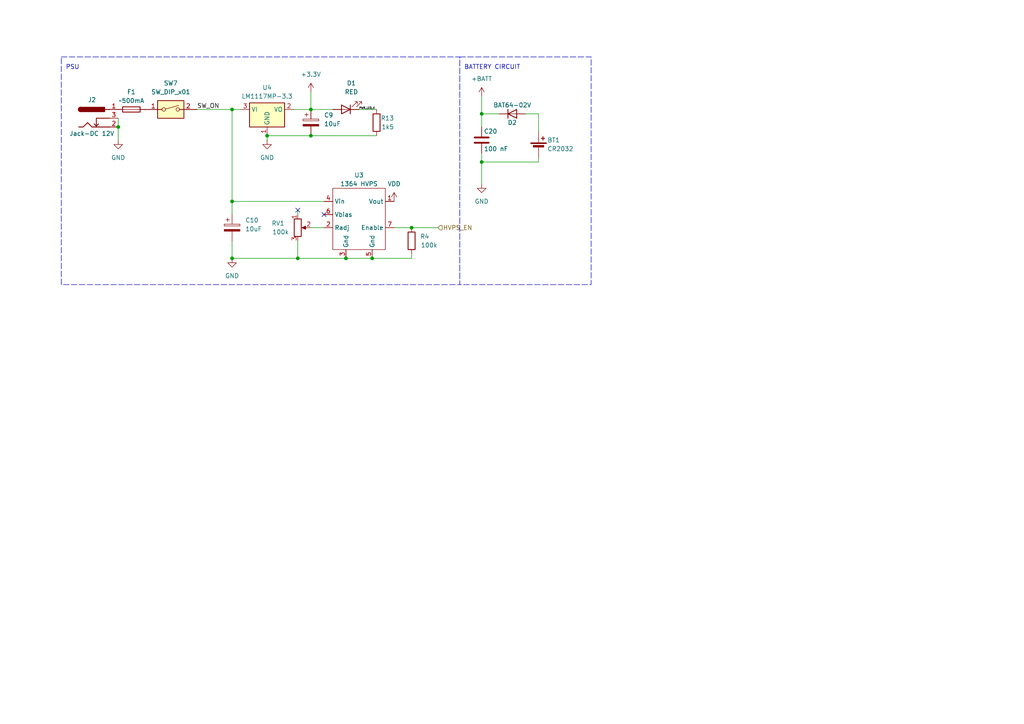
<source format=kicad_sch>
(kicad_sch (version 20230121) (generator eeschema)
  (paper "A4")
  (lib_symbols
    (symbol "Device:Battery_Cell" (pin_numbers hide) (pin_names (offset 0) hide)
      (property "Reference" "BT" (at 2.54 2.54 0))
      (property "Value" "Battery_Cell" (at 2.54 0 0))
      (symbol "Battery_Cell_0_1"
        (rectangle (start -2.286 1.778) (end 2.286 1.524) (fill (type outline)))
        (rectangle (start -1.524 1.016) (end 1.524 0.508) (fill (type outline)))
        (polyline (pts (xy 0 0.762) (xy 0 0)))
        (polyline (pts (xy 0 1.778) (xy 0 2.54)))
        (polyline (pts (xy 0.762 3.048) (xy 1.778 3.048)) (stroke (width 0.254)))
        (polyline (pts (xy 1.27 3.556) (xy 1.27 2.54)) (stroke (width 0.254)))
      )
      (symbol "Battery_Cell_1_1"
        (pin passive line (at 0 5.08 270) (length 2.54) (name "+") (number "1"))
        (pin passive line (at 0 -2.54 90) (length 2.54) (name "-") (number "2"))
      )
    )
    (symbol "Device:C" (pin_numbers hide) (pin_names (offset 0.254))
      (property "Reference" "C" (at 0.635 2.54 0))
      (property "Value" "C" (at 0.635 -2.54 0))
      (symbol "C_0_1"
        (polyline (pts (xy -2.032 -0.762) (xy 2.032 -0.762)) (stroke (width 0.508)))
        (polyline (pts (xy -2.032 0.762) (xy 2.032 0.762)) (stroke (width 0.508)))
      )
      (symbol "C_1_1"
        (pin passive line (at 0 3.81 270) (length 2.794) (name "~") (number "1"))
        (pin passive line (at 0 -3.81 90) (length 2.794) (name "~") (number "2"))
      )
    )
    (symbol "Device:C_Polarized" (pin_numbers hide) (pin_names (offset 0.254))
      (property "Reference" "C" (at 0.635 2.54 0))
      (property "Value" "C_Polarized" (at 0.635 -2.54 0))
      (symbol "C_Polarized_0_1"
        (rectangle (start -2.286 0.508) (end 2.286 1.016))
        (polyline (pts (xy -1.778 2.286) (xy -0.762 2.286)))
        (polyline (pts (xy -1.27 2.794) (xy -1.27 1.778)))
        (rectangle (start 2.286 -0.508) (end -2.286 -1.016) (fill (type outline)))
      )
      (symbol "C_Polarized_1_1"
        (pin passive line (at 0 3.81 270) (length 2.794) (name "~") (number "1"))
        (pin passive line (at 0 -3.81 90) (length 2.794) (name "~") (number "2"))
      )
    )
    (symbol "Device:D" (pin_numbers hide) (pin_names (offset 1.016) hide)
      (property "Reference" "D" (at 0 2.54 0))
      (property "Value" "D" (at 0 -2.54 0))
      (symbol "D_0_1"
        (polyline (pts (xy -1.27 1.27) (xy -1.27 -1.27)) (stroke (width 0.254)))
        (polyline (pts (xy 1.27 0) (xy -1.27 0)))
        (polyline (pts (xy 1.27 1.27) (xy 1.27 -1.27) (xy -1.27 0) (xy 1.27 1.27)) (stroke (width 0.254)))
      )
      (symbol "D_1_1"
        (pin passive line (at -3.81 0 0) (length 2.54) (name "K") (number "1"))
        (pin passive line (at 3.81 0 180) (length 2.54) (name "A") (number "2"))
      )
    )
    (symbol "Device:Fuse" (pin_numbers hide) (pin_names (offset 0))
      (property "Reference" "F" (at 2.032 0 90))
      (property "Value" "Fuse" (at -1.905 0 90))
      (symbol "Fuse_0_1"
        (rectangle (start -0.762 -2.54) (end 0.762 2.54) (stroke (width 0.254)))
        (polyline (pts (xy 0 2.54) (xy 0 -2.54)))
      )
      (symbol "Fuse_1_1"
        (pin passive line (at 0 3.81 270) (length 1.27) (name "~") (number "1"))
        (pin passive line (at 0 -3.81 90) (length 1.27) (name "~") (number "2"))
      )
    )
    (symbol "Device:LED" (pin_numbers hide) (pin_names (offset 1.016) hide)
      (property "Reference" "D" (at 0 2.54 0))
      (property "Value" "LED" (at 0 -2.54 0))
      (symbol "LED_0_1"
        (polyline (pts (xy -1.27 -1.27) (xy -1.27 1.27)) (stroke (width 0.254)))
        (polyline (pts (xy -1.27 0) (xy 1.27 0)))
        (polyline (pts (xy 1.27 -1.27) (xy 1.27 1.27) (xy -1.27 0) (xy 1.27 -1.27)) (stroke (width 0.254)))
        (polyline (pts (xy -3.048 -0.762) (xy -4.572 -2.286) (xy -3.81 -2.286) (xy -4.572 -2.286) (xy -4.572 -1.524)))
        (polyline (pts (xy -1.778 -0.762) (xy -3.302 -2.286) (xy -2.54 -2.286) (xy -3.302 -2.286) (xy -3.302 -1.524)))
      )
      (symbol "LED_1_1"
        (pin passive line (at -3.81 0 0) (length 2.54) (name "K") (number "1"))
        (pin passive line (at 3.81 0 180) (length 2.54) (name "A") (number "2"))
      )
    )
    (symbol "Device:R" (pin_numbers hide) (pin_names (offset 0))
      (property "Reference" "R" (at 2.032 0 90))
      (property "Value" "R" (at 0 0 90))
      (symbol "R_0_1"
        (rectangle (start -1.016 -2.54) (end 1.016 2.54) (stroke (width 0.254)))
      )
      (symbol "R_1_1"
        (pin passive line (at 0 3.81 270) (length 1.27) (name "~") (number "1"))
        (pin passive line (at 0 -3.81 90) (length 1.27) (name "~") (number "2"))
      )
    )
    (symbol "Device:R_Potentiometer" (pin_names (offset 1.016) hide)
      (property "Reference" "RV" (at -4.445 0 90))
      (property "Value" "R_Potentiometer" (at -2.54 0 90))
      (symbol "R_Potentiometer_0_1"
        (polyline (pts (xy 2.54 0) (xy 1.524 0)))
        (polyline (pts (xy 1.143 0) (xy 2.286 0.508) (xy 2.286 -0.508) (xy 1.143 0)) (fill (type outline)))
        (rectangle (start 1.016 2.54) (end -1.016 -2.54) (stroke (width 0.254)))
      )
      (symbol "R_Potentiometer_1_1"
        (pin passive line (at 0 3.81 270) (length 1.27) (name "1") (number "1"))
        (pin passive line (at 3.81 0 180) (length 1.27) (name "2") (number "2"))
        (pin passive line (at 0 -3.81 90) (length 1.27) (name "3") (number "3"))
      )
    )
    (symbol "NIXIE:HV" (power) (pin_names (offset 0))
      (property "Value" "HV" (at 0 5.08 0))
      (symbol "HV_0_1"
        (polyline (pts (xy -0.762 1.27) (xy 0 2.54)))
        (polyline (pts (xy 0 0) (xy 0 2.54)))
        (polyline (pts (xy 0 2.54) (xy 0.762 1.27)))
      )
      (symbol "HV_1_1"
        (pin power_in line (at 0 0 90) (length 0) hide (name "VDD") (number "1"))
      )
    )
    (symbol "Regulator_Linear:LM1117MP-3.3"
      (property "Reference" "U" (at -3.81 3.175 0))
      (property "Value" "LM1117MP-3.3" (at 0 3.175 0))
      (symbol "LM1117MP-3.3_0_1"
        (rectangle (start -5.08 -5.08) (end 5.08 1.905) (stroke (width 0.254)) (fill (type background)))
      )
      (symbol "LM1117MP-3.3_1_1"
        (pin power_in line (at 0 -7.62 90) (length 2.54) (name "GND") (number "1"))
        (pin power_out line (at 7.62 0 180) (length 2.54) (name "VO") (number "2"))
        (pin power_in line (at -7.62 0 0) (length 2.54) (name "VI") (number "3"))
      )
    )
    (symbol "Switch:SW_DIP_x01" (pin_names (offset 0) hide)
      (property "Reference" "SW" (at 0 3.81 0))
      (property "Value" "SW_DIP_x01" (at 0 -3.81 0))
      (symbol "SW_DIP_x01_0_0"
        (circle (center -2.032 0) (radius 0.508))
        (polyline (pts (xy -1.524 0.127) (xy 2.3622 1.1684)))
        (circle (center 2.032 0) (radius 0.508))
      )
      (symbol "SW_DIP_x01_0_1"
        (rectangle (start -3.81 2.54) (end 3.81 -2.54) (stroke (width 0.254)) (fill (type background)))
      )
      (symbol "SW_DIP_x01_1_1"
        (pin passive line (at -7.62 0 0) (length 5.08) (name "~") (number "1"))
        (pin passive line (at 7.62 0 180) (length 5.08) (name "~") (number "2"))
      )
    )
    (symbol "TubeClock:Jack-DC" (pin_names (offset 1.016))
      (property "Reference" "J" (at 0 5.334 0))
      (property "Value" "TubeClock_Jack-DC" (at 0 -4.445 0))
      (symbol "Jack-DC_0_1"
        (arc (start -3.302 3.175) (mid -3.9343 2.54) (end -3.302 1.905) (stroke (width 0.254)))
        (arc (start -3.302 3.175) (mid -3.9343 2.54) (end -3.302 1.905) (stroke (width 0.254)) (fill (type outline)))
        (polyline (pts (xy 1.27 -2.286) (xy 1.905 -1.651)) (stroke (width 0.254)))
        (polyline (pts (xy 5.08 2.54) (xy 3.81 2.54)) (stroke (width 0.254)))
        (polyline (pts (xy 5.08 0) (xy 1.27 0) (xy 1.27 -2.286) (xy 0.635 -1.651)) (stroke (width 0.254)))
        (polyline (pts (xy -3.81 -2.54) (xy -2.54 -2.54) (xy -1.27 -1.27) (xy 0 -2.54) (xy 2.54 -2.54) (xy 5.08 -2.54)) (stroke (width 0.254)))
        (rectangle (start 3.683 3.175) (end -3.302 1.905) (stroke (width 0.254)) (fill (type outline)))
      )
      (symbol "Jack-DC_1_1"
        (pin passive line (at 7.62 2.54 180) (length 2.54) (name "~") (number "1"))
        (pin passive line (at 7.62 -2.54 180) (length 2.54) (name "~") (number "2"))
        (pin passive line (at 7.62 0 180) (length 2.54) (name "~") (number "3"))
      )
    )
    (symbol "nixie_clock:1364_HVPS"
      (property "Reference" "U3" (at 0 11.43 0))
      (property "Value" "1364 HVPS" (at 0 8.89 0))
      (symbol "1364_HVPS_0_1"
        (rectangle (start -7.62 7.62) (end 7.62 -10.16))
      )
      (symbol "1364_HVPS_1_1"
        (pin power_out line (at 10.16 3.81 180) (length 2.54) (name "Vout") (number "1"))
        (pin input line (at -10.16 -3.81 0) (length 2.54) (name "Radj") (number "2"))
        (pin power_in line (at -3.81 -12.7 90) (length 2.54) (name "Gnd") (number "3"))
        (pin power_in line (at -10.16 3.81 0) (length 2.54) (name "Vin") (number "4"))
        (pin power_in line (at 3.81 -12.7 90) (length 2.54) (name "Gnd") (number "5"))
        (pin input line (at -10.16 0 0) (length 2.54) (name "Vbias") (number "6"))
        (pin input line (at 10.16 -3.81 180) (length 2.54) (name "Enable") (number "7"))
      )
    )
    (symbol "power:+3.3V" (power) (pin_names (offset 0))
      (property "Value" "+3.3V" (at 0 3.556 0))
      (symbol "+3.3V_0_1"
        (polyline (pts (xy -0.762 1.27) (xy 0 2.54)))
        (polyline (pts (xy 0 0) (xy 0 2.54)))
        (polyline (pts (xy 0 2.54) (xy 0.762 1.27)))
      )
      (symbol "+3.3V_1_1"
        (pin power_in line (at 0 0 90) (length 0) hide (name "+3.3V") (number "1"))
      )
    )
    (symbol "power:+BATT" (power) (pin_names (offset 0))
      (property "Value" "+BATT" (at 0 3.556 0))
      (symbol "+BATT_0_1"
        (polyline (pts (xy -0.762 1.27) (xy 0 2.54)))
        (polyline (pts (xy 0 0) (xy 0 2.54)))
        (polyline (pts (xy 0 2.54) (xy 0.762 1.27)))
      )
      (symbol "+BATT_1_1"
        (pin power_in line (at 0 0 90) (length 0) hide (name "+BATT") (number "1"))
      )
    )
    (symbol "power:GND" (power) (pin_names (offset 0))
      (property "Value" "GND" (at 0 -3.81 0))
      (symbol "GND_0_1"
        (polyline (pts (xy 0 0) (xy 0 -1.27) (xy 1.27 -1.27) (xy 0 -2.54) (xy -1.27 -1.27) (xy 0 -1.27)))
      )
      (symbol "GND_1_1"
        (pin power_in line (at 0 0 270) (length 0) hide (name "GND") (number "1"))
      )
    )
  )
  (junction (at 34.29 36.83))
  (junction (at 86.36 74.93))
  (junction (at 90.17 31.75))
  (junction (at 67.31 58.42))
  (junction (at 139.7 33.02))
  (junction (at 119.38 66.04))
  (junction (at 100.33 74.93))
  (junction (at 139.7 46.99))
  (junction (at 107.95 74.93))
  (junction (at 67.31 74.93))
  (junction (at 77.47 39.37))
  (junction (at 67.31 31.75))
  (junction (at 90.17 39.37))
  (no_connect (at 86.36 60.96))
  (no_connect (at 93.98 62.23))
  (wire (pts (xy 67.31 31.75) (xy 67.31 58.42)))
  (wire (pts (xy 107.95 74.93) (xy 119.38 74.93)))
  (wire (pts (xy 114.3 66.04) (xy 119.38 66.04)))
  (wire (pts (xy 139.7 33.02) (xy 139.7 36.83)))
  (wire (pts (xy 156.21 33.02) (xy 152.4 33.02)))
  (wire (pts (xy 77.47 39.37) (xy 90.17 39.37)))
  (wire (pts (xy 67.31 58.42) (xy 67.31 62.23)))
  (wire (pts (xy 104.14 31.75) (xy 109.22 31.75)))
  (wire (pts (xy 90.17 31.75) (xy 96.52 31.75)))
  (wire (pts (xy 34.29 40.64) (xy 34.29 36.83)))
  (wire (pts (xy 67.31 58.42) (xy 93.98 58.42)))
  (wire (pts (xy 144.78 33.02) (xy 139.7 33.02)))
  (wire (pts (xy 34.29 34.29) (xy 34.29 36.83)))
  (wire (pts (xy 69.85 31.75) (xy 67.31 31.75)))
  (wire (pts (xy 139.7 27.94) (xy 139.7 33.02)))
  (wire (pts (xy 119.38 66.04) (xy 127 66.04)))
  (wire (pts (xy 156.21 38.1) (xy 156.21 33.02)))
  (wire (pts (xy 90.17 39.37) (xy 109.22 39.37)))
  (wire (pts (xy 100.33 74.93) (xy 107.95 74.93)))
  (wire (pts (xy 67.31 69.85) (xy 67.31 74.93)))
  (wire (pts (xy 85.09 31.75) (xy 90.17 31.75)))
  (wire (pts (xy 86.36 74.93) (xy 100.33 74.93)))
  (wire (pts (xy 77.47 40.64) (xy 77.47 39.37)))
  (wire (pts (xy 139.7 46.99) (xy 156.21 46.99)))
  (wire (pts (xy 156.21 45.72) (xy 156.21 46.99)))
  (wire (pts (xy 90.17 66.04) (xy 93.98 66.04)))
  (wire (pts (xy 139.7 44.45) (xy 139.7 46.99)))
  (wire (pts (xy 57.15 31.75) (xy 67.31 31.75)))
  (wire (pts (xy 86.36 60.96) (xy 86.36 62.23)))
  (wire (pts (xy 119.38 74.93) (xy 119.38 73.66)))
  (wire (pts (xy 139.7 53.34) (xy 139.7 46.99)))
  (wire (pts (xy 86.36 69.85) (xy 86.36 74.93)))
  (wire (pts (xy 67.31 74.93) (xy 86.36 74.93)))
  (wire (pts (xy 90.17 26.67) (xy 90.17 31.75)))
  (rectangle (start 17.78 16.51) (end 133.35 82.55) (stroke (width 0) (type dash)))
  (rectangle (start 133.35 16.51) (end 171.45 82.55) (stroke (width 0) (type dash)))
  (text "PSU" (at 19.05 20.32 0) (effects (font (size 1.27 1.27)) (justify left bottom)))
  (text "BATTERY CIRCUIT\n" (at 134.62 20.32 0) (effects (font (size 1.27 1.27)) (justify left bottom)))
  (label "PWR_LED_K" (at 104.14 31.75 0) (effects (font (size 0.54 0.54))))
  (label "SW_ON" (at 57.15 31.75 0))
  (hierarchical_label "HVPS_EN" (shape input) (at 127 66.04 0))
  (symbol (lib_id "Device:LED") (at 100.33 31.75 180) (unit 1)
    (property "Reference" "D1" (at 101.9175 24.13 0))
    (property "Value" "RED" (at 101.9175 26.67 0))
  )
  (symbol (lib_id "Device:C_Polarized") (at 67.31 66.04 0) (unit 1)
    (property "Reference" "C10" (at 71.12 63.881 0) (effects (justify left)))
    (property "Value" "10uF" (at 71.12 66.421 0) (effects (justify left)))
    (property "Footprint" "Capacitor_Tantalum_SMD:CP_EIA-6032-15_Kemet-U_Pad2.25x2.35mm_HandSolder" (effects hide))
    (instances (project "nixie_clock" (path "" (reference "C10") (unit 1)) (path "" (reference "C9") (unit 1)) (path "" (reference "C9") (unit 1))))
  )
  (symbol (lib_id "Device:C") (at 139.7 40.64 0) (unit 1)
    (property "Reference" "C20" (at 140.335 38.1 0) (effects (justify left)))
    (property "Value" "100 nF" (at 140.335 43.18 0) (effects (justify left)))
    (property "Footprint" "Capacitor_SMD:C_0805_2012Metric" (effects hide))
    (instances (project "nixie_clock" (path "" (reference "C20") (unit 1))) (project "TubeClock" (path "" (reference "C11") (unit 1))))
  )
  (symbol (lib_id "Regulator_Linear:LM1117MP-3.3") (at 77.47 31.75 0) (unit 1)
    (property "Reference" "U4" (at 77.47 25.4 0))
    (property "Value" "LM1117MP-3.3" (at 77.47 27.94 0))
    (property "Footprint" "Package_TO_SOT_SMD:SOT-223-3_TabPin2" (effects hide))
    (property "Datasheet" "http://www.ti.com/lit/ds/symlink/lm1117.pdf" (effects hide))
    (instances (project "nixie_clock" (path "" (reference "U4") (unit 1)) (path "" (reference "U3") (unit 1)) (path "" (reference "U3") (unit 1))))
  )
  (symbol (lib_id "power:+BATT") (at 139.7 27.94 0) (unit 1)
    (property "Reference" "#PWR011" (effects hide))
    (property "Value" "+BATT" (at 139.7 22.86 0))
  )
  (symbol (lib_id "Device:Battery_Cell") (at 156.21 43.18 0) (unit 1)
    (property "Reference" "BT1" (at 158.75 40.64 0) (effects (justify left)))
    (property "Value" "CR2032" (at 158.75 43.18 0) (effects (justify left)))
    (property "Footprint" "TubeClock:BatteryHolder_Keystone_3034_1x20mm" (effects hide))
    (property "Datasheet" "http://www.keyelco.com/product.cfm/product_id/719" (effects hide))
    (property "Part Number" "103" (effects hide))
    (instances (project "nixie_clock" (path "" (reference "BT1") (unit 1))) (project "TubeClock" (path "" (reference "BT2") (unit 1))))
  )
  (symbol (lib_id "power:GND") (at 139.7 53.34 0) (unit 1)
    (property "Reference" "#PWR026" (effects hide))
    (property "Value" "GND" (at 139.7 58.42 0))
    (instances (project "nixie_clock" (path "" (reference "#PWR026") (unit 1)) (path "" (reference "#PWR024") (unit 1)) (path "" (reference "#PWR010") (unit 1))))
  )
  (symbol (lib_id "Device:R_Potentiometer") (at 86.36 66.04 0) (unit 1)
    (property "Reference" "RV1" (at 82.55 64.77 0) (effects (justify right)))
    (property "Value" "100k" (at 83.82 67.31 0) (effects (justify right)))
    (property "Footprint" "Potentiometer_SMD:Potentiometer_Bourns_TC33X_Vertical" (effects hide))
  )
  (symbol (lib_id "Switch:SW_DIP_x01") (at 49.53 31.75 0) (unit 1)
    (property "Reference" "SW7" (at 49.53 24.13 0))
    (property "Value" "SW_DIP_x01" (at 49.53 26.67 0))
  )
  (symbol (lib_id "Device:Fuse") (at 38.1 31.75 90) (unit 1)
    (property "Reference" "F1" (at 38.1 26.67 90))
    (property "Value" "~500mA" (at 38.1 29.21 90))
    (property "Footprint" "Fuse:Fuse_2920_7451Metric_Pad2.10x5.45mm_HandSolder" (effects hide))
  )
  (symbol (lib_id "power:+3.3V") (at 90.17 26.67 0) (unit 1)
    (property "Reference" "#PWR024" (effects hide))
    (property "Value" "+3.3V" (at 90.17 21.59 0))
    (instances (project "nixie_clock" (path "" (reference "#PWR024") (unit 1)) (path "" (reference "#PWR027") (unit 1)) (path "" (reference "#PWR027") (unit 1))))
  )
  (symbol (lib_id "Device:D") (at 148.59 33.02 0) (unit 1)
    (property "Reference" "D2" (at 148.59 35.56 0))
    (property "Value" "BAT64-02V" (at 148.59 30.48 0))
    (property "Footprint" "Diode_SMD:D_0603_1608Metric" (effects hide))
    (property "Datasheet" "https://www.infineon.com/dgdl/Infineon-BAT64SERIES-DS-v01_01-en.pdf?fileId=db3a304314dca3890115191757980ead" (effects hide))
    (instances (project "nixie_clock" (path "" (reference "D2") (unit 1))) (project "TubeClock" (path "" (reference "D4") (unit 1))))
  )
  (symbol (lib_id "power:GND") (at 77.47 40.64 0) (unit 1)
    (property "Reference" "#PWR019" (effects hide))
    (property "Value" "GND" (at 77.47 45.72 0))
    (instances (project "nixie_clock" (path "" (reference "#PWR019") (unit 1)) (path "" (reference "#PWR026") (unit 1)) (path "" (reference "#PWR026") (unit 1))))
  )
  (symbol (lib_id "Device:C_Polarized") (at 90.17 35.56 0) (unit 1)
    (property "Reference" "C9" (at 93.98 33.401 0) (effects (justify left)))
    (property "Value" "10uF" (at 93.98 35.941 0) (effects (justify left)))
    (property "Footprint" "Capacitor_Tantalum_SMD:CP_EIA-6032-15_Kemet-U_Pad2.25x2.35mm_HandSolder" (effects hide))
    (instances (project "nixie_clock" (path "" (reference "C9") (unit 1)) (path "" (reference "C10") (unit 1)) (path "" (reference "C10") (unit 1))))
  )
  (symbol (lib_id "Device:R") (at 109.22 35.56 180) (unit 1)
    (property "Reference" "R13" (at 114.3 34.29 0) (effects (justify left)))
    (property "Value" "1k5" (at 114.3 36.83 0) (effects (justify left)))
    (instances (project "nixie_clock" (path "" (reference "R13") (unit 1)) (path "" (reference "R13") (unit 1)) (path "" (reference "R13") (unit 1)) (path "" (reference "R4") (unit 1)) (path "" (reference "R3") (unit 1))))
  )
  (symbol (lib_id "Device:R") (at 119.38 69.85 180) (unit 1)
    (property "Reference" "R4" (at 123.19 68.58 0))
    (property "Value" "100k" (at 124.46 71.12 0))
    (property "Footprint" "Resistor_SMD:R_0603_1608Metric_Pad0.98x0.95mm_HandSolder" (effects hide))
    (instances (project "nixie_clock" (path "" (reference "R4") (unit 1)) (path "" (reference "R13") (unit 1)) (path "" (reference "R4") (unit 1))))
  )
  (symbol (lib_id "NIXIE:HV") (at 114.3 58.42 0) (unit 1)
    (property "Reference" "#PWR053" (effects hide))
    (property "Value" "HV" (at 114.3 53.34 0))
    (instances (project "nixie_clock" (path "" (reference "#PWR053") (unit 1)) (path "" (reference "#PWR029") (unit 1))))
  )
  (symbol (lib_id "power:GND") (at 34.29 40.64 0) (unit 1)
    (property "Reference" "#PWR027" (effects hide))
    (property "Value" "GND" (at 34.29 45.72 0))
    (instances (project "nixie_clock" (path "" (reference "#PWR027") (unit 1)) (path "" (reference "#PWR019") (unit 1)) (path "" (reference "#PWR019") (unit 1))))
  )
  (symbol (lib_id "power:GND") (at 67.31 74.93 0) (unit 1)
    (property "Reference" "#PWR026" (effects hide))
    (property "Value" "GND" (at 67.31 80.01 0))
    (instances (project "nixie_clock" (path "" (reference "#PWR026") (unit 1)) (path "" (reference "#PWR024") (unit 1)) (path "" (reference "#PWR024") (unit 1))))
  )
  (symbol (lib_id "TubeClock:Jack-DC") (at 26.67 34.29 0) (unit 1)
    (property "Reference" "J2" (at 26.67 28.956 0))
    (property "Value" "Jack-DC 12V" (at 26.67 38.735 0))
    (property "Footprint" "Connector_BarrelJack:BarrelJack_Horizontal" (effects hide))
    (instances (project "nixie_clock" (path "" (reference "J2") (unit 1)) (path "" (reference "J2") (unit 1)) (path "" (reference "J2") (unit 1))) (project "TubeClock" (path "" (reference "J?") (unit 1)) (path "" (reference "J1") (unit 1)) (path "" (reference "J?") (unit 1)) (path "" (reference "J?") (unit 1))))
  )
  (symbol (lib_id "nixie_clock:1364_HVPS") (at 104.14 62.23 0) (unit 1)
    (property "Reference" "U3" (at 104.14 50.8 0))
    (property "Value" "1364 HVPS" (at 104.14 53.34 0))
    (property "Footprint" "nixie_clock:1364 HVPS horizontal" (effects hide))
    (instances (project "nixie_clock" (path "" (reference "U3") (unit 1)) (path "" (reference "U4") (unit 1)) (path "" (reference "U4") (unit 1))))
  )
)
</source>
